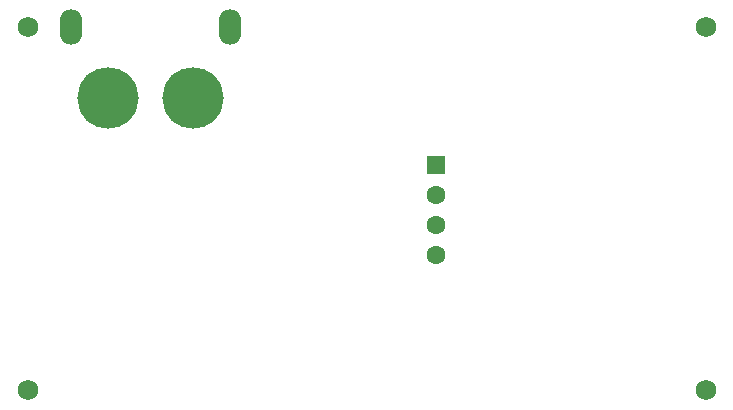
<source format=gbr>
%TF.GenerationSoftware,Altium Limited,Altium Designer,24.1.2 (44)*%
G04 Layer_Color=16711935*
%FSLAX45Y45*%
%MOMM*%
%TF.SameCoordinates,DF2DA703-92E4-466D-A55C-C96BEC28C730*%
%TF.FilePolarity,Negative*%
%TF.FileFunction,Soldermask,Bot*%
%TF.Part,Single*%
G01*
G75*
%TA.AperFunction,ComponentPad*%
%ADD57C,5.20000*%
%ADD58O,1.90000X3.00000*%
%ADD59R,1.60000X1.60000*%
%ADD60C,1.60000*%
%TA.AperFunction,ViaPad*%
%ADD79C,1.72720*%
D57*
X7137500Y7725000D02*
D03*
X7857500D02*
D03*
D58*
X8172500Y8325000D02*
D03*
X6822500D02*
D03*
D59*
X9912500Y7159000D02*
D03*
D60*
Y6905000D02*
D03*
Y6651000D02*
D03*
Y6397000D02*
D03*
D79*
X6457500Y8320000D02*
D03*
X12200000D02*
D03*
Y5250000D02*
D03*
X6457500D02*
D03*
%TF.MD5,e7b1cf0535aad52da5a166598a354065*%
M02*

</source>
